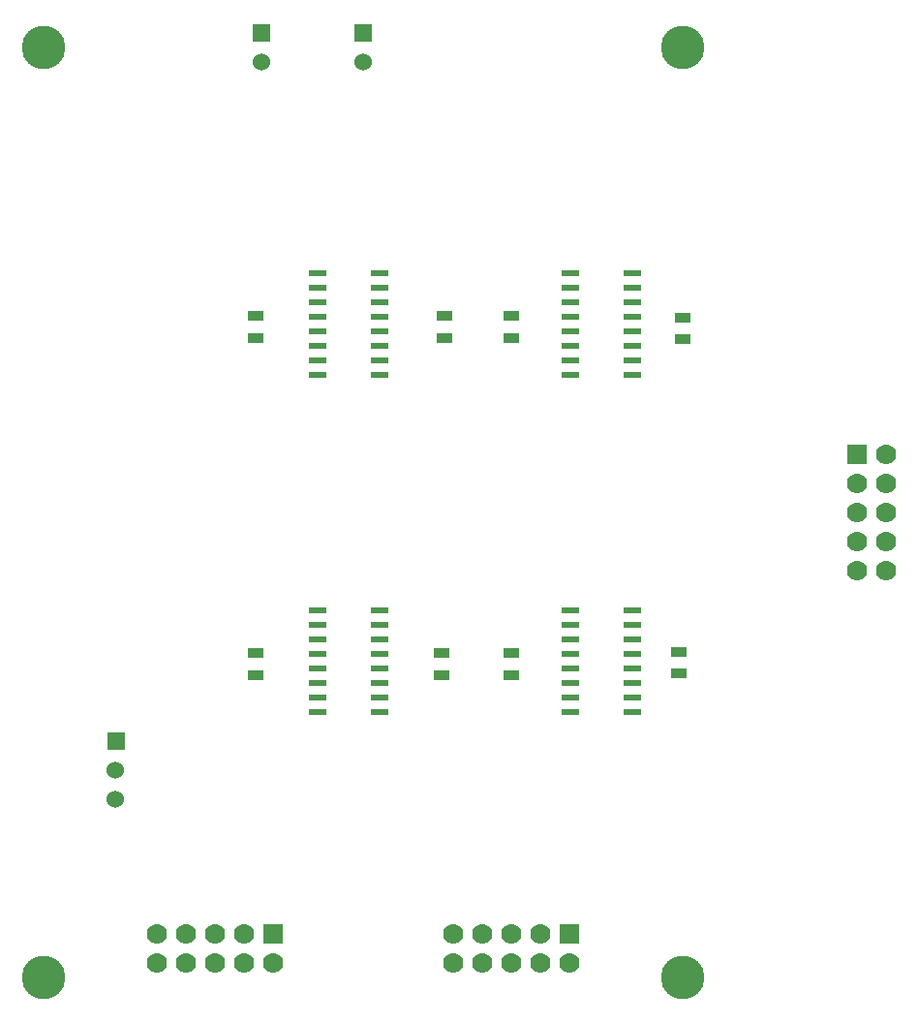
<source format=gts>
G04 (created by PCBNEW (2013-jul-07)-stable) date Thu 17 Jan 2019 04:45:59 PM PST*
%MOIN*%
G04 Gerber Fmt 3.4, Leading zero omitted, Abs format*
%FSLAX34Y34*%
G01*
G70*
G90*
G04 APERTURE LIST*
%ADD10C,0.00590551*%
%ADD11R,0.055X0.035*%
%ADD12R,0.06X0.06*%
%ADD13C,0.06*%
%ADD14R,0.07X0.07*%
%ADD15C,0.07*%
%ADD16R,0.0610236X0.023622*%
%ADD17C,0.15*%
G04 APERTURE END LIST*
G54D10*
G54D11*
X53379Y-52275D03*
X53379Y-53025D03*
X47600Y-53075D03*
X47600Y-52325D03*
X53509Y-40784D03*
X53509Y-41534D03*
X47600Y-41475D03*
X47600Y-40725D03*
X45200Y-52325D03*
X45200Y-53075D03*
X38800Y-53075D03*
X38800Y-52325D03*
X45300Y-40725D03*
X45300Y-41475D03*
X38800Y-41475D03*
X38800Y-40725D03*
G54D12*
X34010Y-55350D03*
G54D13*
X33980Y-56350D03*
X33980Y-57350D03*
G54D12*
X39000Y-31000D03*
G54D13*
X39000Y-32000D03*
G54D12*
X42500Y-31000D03*
G54D13*
X42500Y-32000D03*
G54D14*
X39400Y-62000D03*
G54D15*
X39400Y-63000D03*
X38400Y-62000D03*
X38400Y-63000D03*
X37400Y-62000D03*
X37400Y-63000D03*
X36400Y-62000D03*
X36400Y-63000D03*
X35400Y-62000D03*
X35400Y-63000D03*
G54D14*
X49600Y-62000D03*
G54D15*
X49600Y-63000D03*
X48600Y-62000D03*
X48600Y-63000D03*
X47600Y-62000D03*
X47600Y-63000D03*
X46600Y-62000D03*
X46600Y-63000D03*
X45600Y-62000D03*
X45600Y-63000D03*
G54D16*
X49637Y-50850D03*
X49637Y-51350D03*
X49637Y-51850D03*
X49637Y-52350D03*
X51762Y-52350D03*
X51762Y-51850D03*
X51762Y-51350D03*
X51762Y-50850D03*
X49637Y-52850D03*
X49637Y-53350D03*
X49637Y-53850D03*
X49637Y-54350D03*
X51762Y-53350D03*
X51762Y-53850D03*
X51762Y-54350D03*
X51762Y-52850D03*
X49637Y-39250D03*
X49637Y-39750D03*
X49637Y-40250D03*
X49637Y-40750D03*
X51762Y-40750D03*
X51762Y-40250D03*
X51762Y-39750D03*
X51762Y-39250D03*
X49637Y-41250D03*
X49637Y-41750D03*
X49637Y-42250D03*
X49637Y-42750D03*
X51762Y-41750D03*
X51762Y-42250D03*
X51762Y-42750D03*
X51762Y-41250D03*
X40937Y-50850D03*
X40937Y-51350D03*
X40937Y-51850D03*
X40937Y-52350D03*
X43062Y-52350D03*
X43062Y-51850D03*
X43062Y-51350D03*
X43062Y-50850D03*
X40937Y-52850D03*
X40937Y-53350D03*
X40937Y-53850D03*
X40937Y-54350D03*
X43062Y-53350D03*
X43062Y-53850D03*
X43062Y-54350D03*
X43062Y-52850D03*
X40937Y-39250D03*
X40937Y-39750D03*
X40937Y-40250D03*
X40937Y-40750D03*
X43062Y-40750D03*
X43062Y-40250D03*
X43062Y-39750D03*
X43062Y-39250D03*
X40937Y-41250D03*
X40937Y-41750D03*
X40937Y-42250D03*
X40937Y-42750D03*
X43062Y-41750D03*
X43062Y-42250D03*
X43062Y-42750D03*
X43062Y-41250D03*
G54D17*
X31500Y-31500D03*
X53500Y-31500D03*
X53500Y-63500D03*
X31500Y-63500D03*
G54D14*
X59500Y-45500D03*
G54D15*
X60500Y-45500D03*
X59500Y-46500D03*
X60500Y-46500D03*
X59500Y-47500D03*
X60500Y-47500D03*
X59500Y-48500D03*
X60500Y-48500D03*
X59500Y-49500D03*
X60500Y-49500D03*
M02*

</source>
